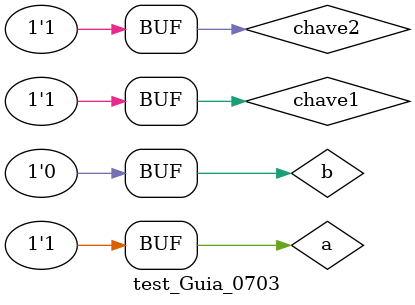
<source format=v>
/*
	test_Guia_0703.v
	806454 - Yago Almeida Melo	
*/

`include "Guia_0703.v"
   
module test_Guia_0703();
    reg a;
    reg b;
    reg chave1;
    reg chave2;
    wire y;
    parameter period = 50;

    Guia_0703 U1 (.a(a), .b(b), .chave1(chave1), .chave2(chave2), .y(y));

    initial begin
        a = 0;
        b = 0;
        chave1 = 0;
        chave2 = 0;

        #10 a = 1; b = 0; chave1 = 0; chave2 = 0; // AND
        #10 a = 1; b = 0; chave1 = 0; chave2 = 1; // NAND
        #10 a = 1; b = 0; chave1 = 1; chave2 = 0; // OR
        #10 a = 1; b = 0; chave1 = 1; chave2 = 1; // NOR
    end
endmodule


</source>
